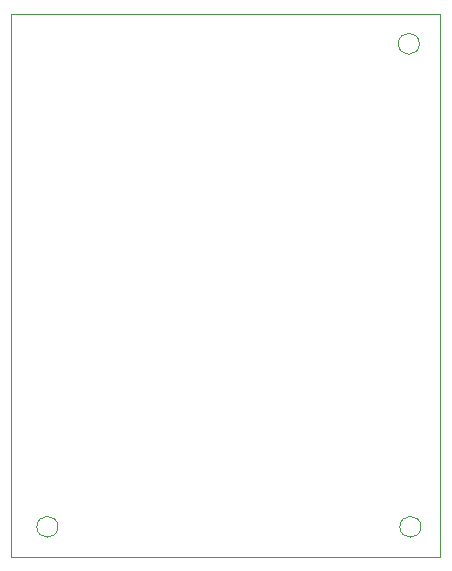
<source format=gbr>
%TF.GenerationSoftware,KiCad,Pcbnew,7.0.9*%
%TF.CreationDate,2024-02-09T20:47:06-08:00*%
%TF.ProjectId,sulu_ads1299,73756c75-5f61-4647-9331-3239392e6b69,rev?*%
%TF.SameCoordinates,Original*%
%TF.FileFunction,Profile,NP*%
%FSLAX46Y46*%
G04 Gerber Fmt 4.6, Leading zero omitted, Abs format (unit mm)*
G04 Created by KiCad (PCBNEW 7.0.9) date 2024-02-09 20:47:06*
%MOMM*%
%LPD*%
G01*
G04 APERTURE LIST*
%TA.AperFunction,Profile*%
%ADD10C,0.100000*%
%TD*%
G04 APERTURE END LIST*
D10*
X88392000Y-94234000D02*
G75*
G03*
X88392000Y-94234000I-889000J0D01*
G01*
X84455000Y-50800000D02*
X120777000Y-50800000D01*
X120777000Y-96774000D01*
X84455000Y-96774000D01*
X84455000Y-50800000D01*
X119126000Y-94234000D02*
G75*
G03*
X119126000Y-94234000I-889000J0D01*
G01*
X118999000Y-53340000D02*
G75*
G03*
X118999000Y-53340000I-889000J0D01*
G01*
M02*

</source>
